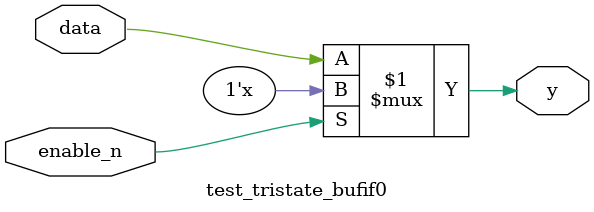
<source format=v>

module test_tristate_bufif0(
  input data,
  input enable_n,
  output y
);
  bufif0 buf0(y, data, enable_n);  // Buffer with active-low enable
endmodule

</source>
